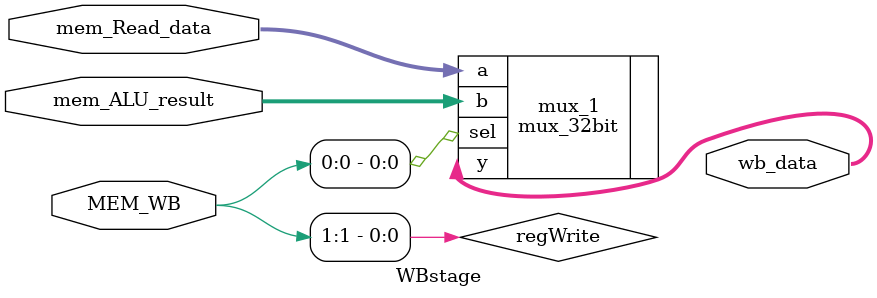
<source format=v>
`timescale 1ns / 1ps
module WBstage(input[1:0] MEM_WB,input[31:0] mem_Read_data, input[31:0] mem_ALU_result, output wire[31:0] wb_data
    );
	 wire regWrite ;
	 assign regWrite = MEM_WB[1];
	 mux_32bit mux_1 (
		.a(mem_Read_data), 
		.b(mem_ALU_result), 
		.sel(MEM_WB[0]), 
		.y(wb_data)
	);


endmodule

</source>
